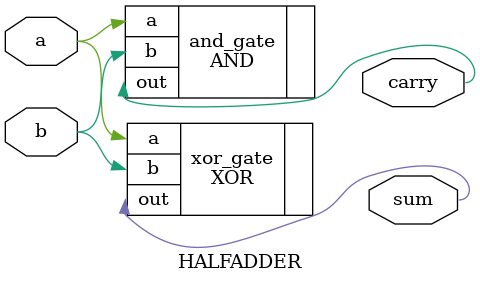
<source format=v>
`timescale 1ns / 1ps

`include "../../chapter01/src/AND.v"
`include "../../chapter01/src/XOR.v"

module HALFADDER (
    input a, b,
    output sum, carry
);
    AND and_gate(
        .a(a),
        .b(b),
        .out(carry)
    );
    XOR xor_gate(
        .a(a),
        .b(b),
        .out(sum)
    );
endmodule
</source>
